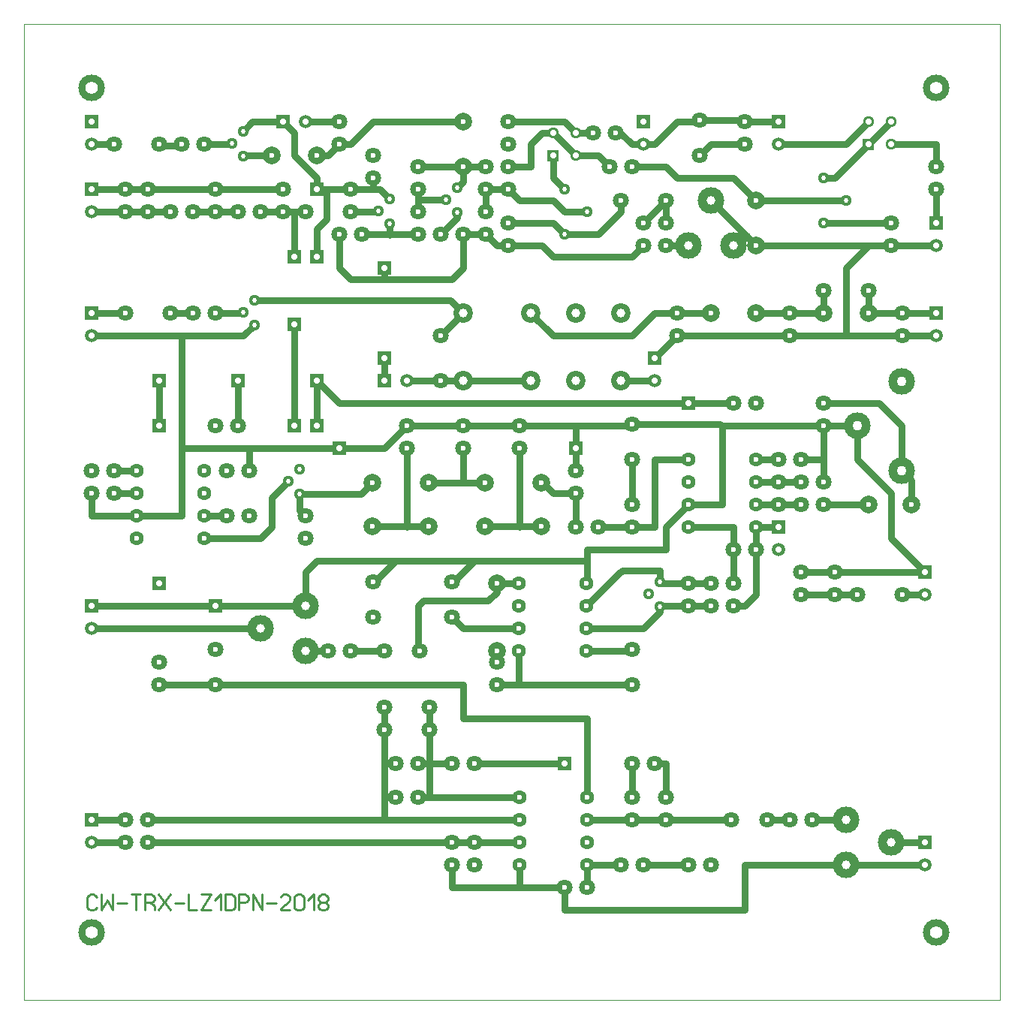
<source format=gbr>
%FSLAX34Y34*%
%MOMM*%
%LNSILK_TOP*%
G71*
G01*
%ADD10C, 0.00*%
%ADD11C, 1.52*%
%ADD12C, 1.80*%
%ADD13C, 0.80*%
%ADD14C, 1.28*%
%ADD15C, 2.00*%
%ADD16C, 1.28*%
%ADD17C, 3.00*%
%ADD18C, 1.60*%
%ADD19C, 2.20*%
%ADD20C, 3.00*%
%ADD21C, 3.00*%
%ADD22C, 0.22*%
%ADD23C, 0.72*%
%ADD24C, 0.60*%
%ADD25C, 0.52*%
%ADD26C, 1.00*%
%ADD27C, 1.10*%
%ADD28C, 1.40*%
%LPD*%
G54D10*
X-50000Y1050000D02*
X1050000Y1050000D01*
X1050000Y-50000D01*
X-50000Y-50000D01*
X-50000Y1050000D01*
G36*
X33000Y947400D02*
X33000Y932200D01*
X17800Y932200D01*
X17800Y947400D01*
X33000Y947400D01*
G37*
X25400Y914400D02*
G54D11*
D03*
X127000Y914400D02*
G54D12*
D03*
X152400Y914400D02*
G54D12*
D03*
X101600Y914400D02*
G54D12*
D03*
X50800Y914400D02*
G54D12*
D03*
G54D13*
X102608Y913133D02*
X125733Y913133D01*
X127000Y914400D01*
X196566Y901371D02*
G54D14*
D03*
X183866Y915371D02*
G54D14*
D03*
X196566Y929371D02*
G54D14*
D03*
G36*
X233700Y947400D02*
X248900Y947400D01*
X248900Y932200D01*
X233700Y932200D01*
X233700Y947400D01*
G37*
X266700Y939800D02*
G54D11*
D03*
G54D13*
X241300Y939800D02*
X206995Y939800D01*
X196566Y929371D01*
X228600Y901700D02*
G54D15*
D03*
X279400Y901700D02*
G54D15*
D03*
G54D13*
X228600Y901700D02*
X196895Y901700D01*
X196566Y901371D01*
X304800Y939800D02*
G54D12*
D03*
X304800Y914400D02*
G54D12*
D03*
X361666Y825171D02*
G54D14*
D03*
X348966Y839171D02*
G54D14*
D03*
X361666Y853171D02*
G54D14*
D03*
G36*
X33000Y871200D02*
X33000Y856000D01*
X17800Y856000D01*
X17800Y871200D01*
X33000Y871200D01*
G37*
X25400Y838200D02*
G54D11*
D03*
X63500Y863600D02*
G54D12*
D03*
X63500Y838200D02*
G54D12*
D03*
X88900Y863600D02*
G54D12*
D03*
X88900Y838200D02*
G54D12*
D03*
X114300Y838200D02*
G54D12*
D03*
X139700Y838200D02*
G54D12*
D03*
X165100Y863600D02*
G54D12*
D03*
X165100Y838200D02*
G54D12*
D03*
X190500Y838200D02*
G54D12*
D03*
X215900Y838200D02*
G54D12*
D03*
X241300Y863600D02*
G54D12*
D03*
X241300Y838200D02*
G54D12*
D03*
G54D13*
X25400Y838200D02*
X63500Y838200D01*
X88900Y838200D01*
X114300Y838200D01*
G54D13*
X139700Y838200D02*
X165100Y838200D01*
X190500Y838200D01*
G54D13*
X215900Y838200D02*
X241300Y838200D01*
G54D13*
X25400Y914400D02*
X50800Y914400D01*
G54D13*
X152400Y914400D02*
X182895Y914400D01*
X183866Y915371D01*
X317500Y863600D02*
G54D12*
D03*
X317500Y838200D02*
G54D12*
D03*
G54D13*
X317500Y838200D02*
X347995Y838200D01*
X348966Y839171D01*
G54D13*
X317500Y863600D02*
X351237Y863600D01*
X361666Y853171D01*
X342900Y901700D02*
G54D12*
D03*
X342900Y876300D02*
G54D12*
D03*
G54D13*
X342900Y876300D02*
X342900Y863600D01*
G54D13*
X279400Y901700D02*
X292100Y901700D01*
X304800Y914400D01*
X393700Y812800D02*
G54D12*
D03*
X393700Y838200D02*
G54D12*
D03*
X437866Y837871D02*
G54D14*
D03*
X425166Y851871D02*
G54D14*
D03*
X437866Y865871D02*
G54D14*
D03*
X393700Y889000D02*
G54D12*
D03*
X393700Y863600D02*
G54D12*
D03*
G54D13*
X393700Y838200D02*
X393700Y863600D01*
X304800Y812800D02*
G54D12*
D03*
X330200Y812800D02*
G54D12*
D03*
G54D13*
X330200Y812800D02*
X393700Y812800D01*
G54D13*
X361666Y825171D02*
X361666Y812621D01*
X361566Y812521D01*
X444500Y939800D02*
G54D15*
D03*
X444500Y889000D02*
G54D15*
D03*
G54D13*
X304800Y914400D02*
X317500Y914400D01*
X342900Y939800D01*
X444500Y939800D01*
G54D13*
X444500Y889000D02*
X444500Y872505D01*
X437866Y865871D01*
G54D13*
X425166Y851871D02*
X394671Y851871D01*
X393700Y850900D01*
X419100Y812800D02*
G54D12*
D03*
X444500Y812800D02*
G54D12*
D03*
G54D13*
X437866Y837871D02*
X437866Y831566D01*
X419100Y812800D01*
G54D13*
X393700Y889000D02*
X444500Y889000D01*
X469900Y889000D02*
G54D12*
D03*
X469900Y863600D02*
G54D12*
D03*
X469900Y838200D02*
G54D12*
D03*
X469900Y812800D02*
G54D12*
D03*
X495300Y889000D02*
G54D12*
D03*
X495300Y863600D02*
G54D12*
D03*
G54D13*
X469900Y863600D02*
X495300Y863600D01*
G54D13*
X469900Y863600D02*
X469900Y838200D01*
G54D13*
X444500Y889000D02*
X469900Y889000D01*
X558800Y812800D02*
G54D14*
D03*
X584200Y838200D02*
G54D14*
D03*
X558800Y863600D02*
G54D14*
D03*
X495300Y825500D02*
G54D12*
D03*
X495300Y800100D02*
G54D12*
D03*
G36*
X539700Y908100D02*
X552500Y908100D01*
X552500Y895300D01*
X539700Y895300D01*
X539700Y908100D01*
G37*
X546100Y927100D02*
G54D16*
D03*
X571500Y901700D02*
G54D16*
D03*
X571500Y927100D02*
G54D16*
D03*
X495300Y939800D02*
G54D12*
D03*
X495300Y914400D02*
G54D12*
D03*
G54D13*
X546100Y927100D02*
X571500Y901700D01*
G54D13*
X495300Y889000D02*
X520700Y889000D01*
X520700Y914400D01*
X533400Y927100D01*
X546100Y927100D01*
G54D13*
X495300Y939800D02*
X558800Y939800D01*
X571500Y927100D01*
G54D13*
X546100Y901700D02*
X546100Y876300D01*
X558800Y863600D01*
G54D13*
X495300Y825500D02*
X546100Y825500D01*
X558800Y812800D01*
G54D13*
X495300Y863600D02*
X508000Y850900D01*
X546093Y850900D01*
X558800Y838193D01*
X584200Y838200D01*
X635000Y889000D02*
G54D12*
D03*
X609600Y889000D02*
G54D12*
D03*
G54D13*
X571500Y901700D02*
X596900Y901700D01*
X609600Y889000D01*
X673100Y850900D02*
G54D12*
D03*
X622300Y850900D02*
G54D12*
D03*
G54D13*
X558800Y812800D02*
X596900Y812800D01*
X622300Y838200D01*
X622300Y850900D01*
X647700Y825500D02*
G54D12*
D03*
X647700Y800100D02*
G54D12*
D03*
G54D13*
X647700Y825500D02*
X673100Y850900D01*
X673100Y825500D02*
G54D12*
D03*
X673100Y800100D02*
G54D12*
D03*
G54D13*
X673100Y850900D02*
X673100Y825500D01*
X698500Y800100D02*
G54D17*
D03*
X749300Y800100D02*
G54D17*
D03*
X723900Y850900D02*
G54D17*
D03*
G54D13*
X673100Y800100D02*
X698500Y800100D01*
X711200Y901700D02*
G54D12*
D03*
X711200Y941700D02*
G54D12*
D03*
X616978Y927499D02*
G54D12*
D03*
X591578Y927499D02*
G54D12*
D03*
G54D13*
X571500Y927100D02*
X591179Y927100D01*
X591578Y927499D01*
G36*
X655300Y947400D02*
X655300Y932200D01*
X640100Y932200D01*
X640100Y947400D01*
X655300Y947400D01*
G37*
X647700Y914400D02*
G54D11*
D03*
G54D13*
X616978Y927499D02*
X621901Y927499D01*
X635000Y914400D01*
X647700Y914400D01*
X762000Y939800D02*
G54D12*
D03*
X762000Y914400D02*
G54D12*
D03*
G54D13*
X647700Y914400D02*
X660400Y914400D01*
X685800Y939800D01*
X709300Y939800D01*
X711200Y941700D01*
G54D13*
X711200Y941700D02*
X760100Y941700D01*
X762000Y939800D01*
X850900Y825500D02*
G54D14*
D03*
X876300Y850900D02*
G54D14*
D03*
X850900Y876300D02*
G54D14*
D03*
X774700Y850900D02*
G54D15*
D03*
X774700Y800100D02*
G54D15*
D03*
G36*
X807700Y947400D02*
X807700Y932200D01*
X792500Y932200D01*
X792500Y947400D01*
X807700Y947400D01*
G37*
X800100Y914400D02*
G54D11*
D03*
G54D13*
X762000Y939800D02*
X800100Y939800D01*
G36*
X895300Y920800D02*
X908100Y920800D01*
X908100Y908000D01*
X895300Y908000D01*
X895300Y920800D01*
G37*
X901700Y939800D02*
G54D16*
D03*
X927100Y914400D02*
G54D16*
D03*
X927100Y939800D02*
G54D16*
D03*
X977900Y863600D02*
G54D12*
D03*
X977900Y889000D02*
G54D12*
D03*
G36*
X985500Y833100D02*
X985500Y817900D01*
X970300Y817900D01*
X970300Y833100D01*
X985500Y833100D01*
G37*
X977900Y800100D02*
G54D11*
D03*
G54D13*
X901700Y914400D02*
X927100Y939800D01*
G54D13*
X927100Y914400D02*
X977900Y914400D01*
X977900Y889000D01*
X927100Y825500D02*
G54D12*
D03*
X927100Y800100D02*
G54D12*
D03*
G54D13*
X850900Y825500D02*
X927100Y825500D01*
G54D13*
X876300Y850900D02*
X774700Y850900D01*
G54D13*
X850900Y876300D02*
X863600Y876300D01*
X901700Y914400D01*
G54D13*
X635000Y889000D02*
X673100Y889000D01*
X685800Y876300D01*
X749300Y876300D01*
X774700Y850900D01*
G54D13*
X800100Y914400D02*
X876300Y914400D01*
X901700Y939800D01*
G54D13*
X977900Y863600D02*
X977900Y825500D01*
G54D13*
X495300Y800100D02*
X533400Y800100D01*
X546100Y787400D01*
X635000Y787400D01*
X647700Y800100D01*
G54D13*
X723900Y850900D02*
X774700Y800100D01*
G54D13*
X749300Y800100D02*
X754100Y800100D01*
X765200Y811200D01*
G54D13*
X774700Y800100D02*
X927100Y800100D01*
X977900Y800100D01*
G54D13*
X762000Y914400D02*
X723900Y914400D01*
X711200Y901700D01*
G54D13*
X241300Y863600D02*
X165100Y863600D01*
X88900Y863600D01*
X63500Y863600D01*
X25400Y863600D01*
G54D13*
X266700Y939800D02*
X304800Y939800D01*
X76200Y546100D02*
G54D18*
D03*
X76200Y520700D02*
G54D18*
D03*
X76200Y495300D02*
G54D18*
D03*
X76200Y469900D02*
G54D18*
D03*
X152400Y546100D02*
G54D18*
D03*
X152400Y520700D02*
G54D18*
D03*
X152400Y495300D02*
G54D18*
D03*
X152400Y469900D02*
G54D18*
D03*
X698500Y558800D02*
G54D18*
D03*
X698500Y533400D02*
G54D18*
D03*
X698500Y508000D02*
G54D18*
D03*
X698500Y482600D02*
G54D18*
D03*
X774700Y558800D02*
G54D18*
D03*
X774700Y533400D02*
G54D18*
D03*
X774700Y508000D02*
G54D18*
D03*
X774700Y482600D02*
G54D18*
D03*
X342050Y532550D02*
G54D15*
D03*
X342050Y484150D02*
G54D15*
D03*
X444885Y647935D02*
G54D19*
D03*
X444885Y724135D02*
G54D19*
D03*
X521085Y647935D02*
G54D19*
D03*
X571885Y647935D02*
G54D19*
D03*
X622685Y647935D02*
G54D19*
D03*
X521085Y724135D02*
G54D19*
D03*
X571885Y724135D02*
G54D19*
D03*
X622685Y724135D02*
G54D19*
D03*
G36*
X985500Y731500D02*
X985500Y716300D01*
X970300Y716300D01*
X970300Y731500D01*
X985500Y731500D01*
G37*
X977900Y698500D02*
G54D11*
D03*
X939800Y698500D02*
G54D12*
D03*
X939800Y723900D02*
G54D12*
D03*
X901700Y723900D02*
G54D15*
D03*
X850900Y723900D02*
G54D15*
D03*
X812800Y698500D02*
G54D12*
D03*
X812800Y723900D02*
G54D12*
D03*
X774700Y723900D02*
G54D15*
D03*
X723900Y723900D02*
G54D15*
D03*
X685800Y698500D02*
G54D12*
D03*
X685800Y723900D02*
G54D12*
D03*
G54D13*
X685800Y698500D02*
X812800Y698500D01*
X939800Y698500D01*
X977900Y698500D01*
G54D13*
X685800Y723900D02*
X723900Y723900D01*
G54D13*
X774700Y723900D02*
X812800Y723900D01*
G54D13*
X812800Y723900D02*
X850900Y723900D01*
G54D13*
X901700Y723900D02*
X939800Y723900D01*
X977900Y723900D01*
G54D13*
X521085Y724135D02*
X521085Y723515D01*
X546100Y698500D01*
X635000Y698500D01*
X660400Y723900D01*
X685800Y723900D01*
G54D13*
X876300Y698500D02*
X876300Y774700D01*
X901700Y800100D01*
G36*
X33000Y731500D02*
X33000Y716300D01*
X17800Y716300D01*
X17800Y731500D01*
X33000Y731500D01*
G37*
X25400Y698500D02*
G54D11*
D03*
X114300Y723900D02*
G54D12*
D03*
X63500Y723900D02*
G54D12*
D03*
X139700Y723900D02*
G54D12*
D03*
X165100Y723900D02*
G54D12*
D03*
X209266Y710871D02*
G54D14*
D03*
X196566Y724871D02*
G54D14*
D03*
X209266Y738871D02*
G54D14*
D03*
X419100Y647700D02*
G54D12*
D03*
X419100Y698500D02*
G54D12*
D03*
G54D13*
X25400Y723900D02*
X63500Y723900D01*
G54D13*
X114300Y723900D02*
X139700Y723900D01*
G54D13*
X165100Y723900D02*
X195595Y723900D01*
X196566Y724871D01*
G54D13*
X209266Y738871D02*
X430149Y738871D01*
X444885Y724135D01*
G54D13*
X444885Y647935D02*
X419334Y647935D01*
X419100Y647700D01*
G54D13*
X444885Y724135D02*
X444734Y724135D01*
X419100Y698500D01*
G54D13*
X25400Y698500D02*
X196895Y698500D01*
X209266Y710871D01*
G54D13*
X444885Y647935D02*
X521085Y647935D01*
G36*
X668000Y680700D02*
X668000Y665500D01*
X652800Y665500D01*
X652800Y680700D01*
X668000Y680700D01*
G37*
X660400Y647700D02*
G54D11*
D03*
G54D13*
X685800Y698500D02*
X660400Y673100D01*
G54D13*
X622685Y647935D02*
X660165Y647935D01*
X660400Y647700D01*
X405550Y532550D02*
G54D15*
D03*
X405550Y484150D02*
G54D15*
D03*
X469050Y532550D02*
G54D15*
D03*
X469050Y484150D02*
G54D15*
D03*
X532550Y532550D02*
G54D15*
D03*
X532550Y484150D02*
G54D15*
D03*
X381000Y571500D02*
G54D12*
D03*
X381000Y596900D02*
G54D12*
D03*
X444500Y571500D02*
G54D12*
D03*
X444500Y596900D02*
G54D12*
D03*
X508000Y571500D02*
G54D12*
D03*
X508000Y596900D02*
G54D12*
D03*
X260066Y520371D02*
G54D14*
D03*
X247366Y534371D02*
G54D14*
D03*
X260066Y548371D02*
G54D14*
D03*
G54D13*
X152400Y469900D02*
X215900Y469900D01*
X228600Y482600D01*
X228600Y515605D01*
X247366Y534371D01*
X266700Y495300D02*
G54D12*
D03*
X266700Y469900D02*
G54D12*
D03*
G54D13*
X260066Y520371D02*
X260066Y501934D01*
X266700Y495300D01*
G54D13*
X260066Y520371D02*
X329871Y520371D01*
X342050Y532550D01*
X571500Y520700D02*
G54D12*
D03*
X571500Y546100D02*
G54D12*
D03*
X596900Y482600D02*
G54D12*
D03*
X571500Y482600D02*
G54D12*
D03*
X50800Y546100D02*
G54D12*
D03*
X25400Y546100D02*
G54D12*
D03*
X50800Y520700D02*
G54D12*
D03*
X25400Y520700D02*
G54D12*
D03*
G54D13*
X50800Y546100D02*
X76200Y546100D01*
G54D13*
X50800Y520700D02*
X76200Y520700D01*
X203200Y495300D02*
G54D12*
D03*
X177800Y495300D02*
G54D12*
D03*
X203200Y546100D02*
G54D12*
D03*
X177800Y546100D02*
G54D12*
D03*
G54D13*
X152400Y495300D02*
X177800Y495300D01*
X635000Y508000D02*
G54D12*
D03*
X635000Y482600D02*
G54D12*
D03*
X635000Y598800D02*
G54D12*
D03*
X635000Y558800D02*
G54D12*
D03*
G54D13*
X571500Y520700D02*
X571500Y482600D01*
G54D13*
X596900Y482600D02*
X635000Y482600D01*
G36*
X297200Y579100D02*
X312400Y579100D01*
X312400Y563900D01*
X297200Y563900D01*
X297200Y579100D01*
G37*
G54D13*
X342050Y484150D02*
X405550Y484150D01*
G54D13*
X405550Y532550D02*
X469050Y532550D01*
G54D13*
X469050Y484150D02*
X532550Y484150D01*
G54D13*
X532550Y532550D02*
X534250Y532550D01*
X546100Y520700D01*
X571500Y520700D01*
G54D13*
X381000Y571500D02*
X381000Y482600D01*
G54D13*
X444500Y571500D02*
X444500Y533400D01*
G54D13*
X508000Y571500D02*
X508000Y482600D01*
G54D13*
X304800Y571500D02*
X355600Y571500D01*
X381000Y596900D01*
G54D13*
X381000Y596900D02*
X444500Y596900D01*
G54D13*
X444500Y596900D02*
X508000Y596900D01*
G54D13*
X635000Y558800D02*
X635000Y508000D01*
G54D13*
X508000Y596900D02*
X633100Y596900D01*
X635000Y598800D01*
G54D13*
X25400Y520700D02*
X25400Y495300D01*
X76200Y495300D01*
G54D13*
X304800Y571500D02*
X203200Y571500D01*
G36*
X246400Y795000D02*
X261600Y795000D01*
X261600Y779800D01*
X246400Y779800D01*
X246400Y795000D01*
G37*
G54D13*
X304800Y812800D02*
X304800Y774700D01*
X317500Y762000D01*
X431800Y762000D01*
X444500Y774700D01*
X444500Y812800D01*
X469900Y812800D01*
X482600Y800100D01*
X495300Y800100D01*
G36*
X246400Y604500D02*
X261600Y604500D01*
X261600Y589300D01*
X246400Y589300D01*
X246400Y604500D01*
G37*
G36*
X246400Y718800D02*
X261600Y718800D01*
X261600Y703600D01*
X246400Y703600D01*
X246400Y718800D01*
G37*
G54D13*
X254000Y711200D02*
X254000Y596900D01*
G54D13*
X127000Y571500D02*
X127000Y698500D01*
X165100Y596900D02*
G54D12*
D03*
X190500Y596900D02*
G54D12*
D03*
G36*
X271800Y871200D02*
X287000Y871200D01*
X287000Y856000D01*
X271800Y856000D01*
X271800Y871200D01*
G37*
G54D13*
X317500Y863600D02*
X279400Y863600D01*
X279400Y876300D01*
X254000Y901700D01*
X254000Y927100D01*
X241300Y939800D01*
G36*
X271800Y795000D02*
X287000Y795000D01*
X287000Y779800D01*
X271800Y779800D01*
X271800Y795000D01*
G37*
G36*
X271800Y655300D02*
X287000Y655300D01*
X287000Y640100D01*
X271800Y640100D01*
X271800Y655300D01*
G37*
G36*
X182900Y655300D02*
X198100Y655300D01*
X198100Y640100D01*
X182900Y640100D01*
X182900Y655300D01*
G37*
G54D13*
X190500Y647700D02*
X190500Y596900D01*
G36*
X271800Y604500D02*
X287000Y604500D01*
X287000Y589300D01*
X271800Y589300D01*
X271800Y604500D01*
G37*
G54D13*
X279400Y647700D02*
X279400Y596900D01*
X266700Y838200D02*
G54D12*
D03*
X317500Y838200D02*
G54D12*
D03*
G54D13*
X241300Y838200D02*
X266700Y838200D01*
G54D13*
X254000Y787400D02*
X254000Y838200D01*
G54D13*
X279400Y787400D02*
X279400Y819100D01*
X290500Y830200D01*
X290500Y862000D01*
X292100Y863600D01*
G54D13*
X635000Y598800D02*
X734700Y598800D01*
X736600Y596900D01*
X736600Y508000D01*
X698500Y508000D01*
G54D13*
X698500Y558800D02*
X660400Y558800D01*
X660400Y482600D01*
X635000Y482600D01*
X800100Y508000D02*
G54D12*
D03*
X800100Y533400D02*
G54D12*
D03*
X825500Y558800D02*
G54D12*
D03*
X800100Y558800D02*
G54D12*
D03*
G54D13*
X774700Y558800D02*
X800100Y558800D01*
G54D13*
X774700Y533400D02*
X800100Y533400D01*
G54D13*
X774700Y508000D02*
X800100Y508000D01*
X850900Y533400D02*
G54D12*
D03*
X825500Y533400D02*
G54D12*
D03*
X850900Y508000D02*
G54D12*
D03*
X825500Y508000D02*
G54D12*
D03*
G54D13*
X800100Y508000D02*
X825500Y508000D01*
G54D13*
X800100Y533400D02*
X825500Y533400D01*
G54D13*
X825500Y558800D02*
X850900Y558800D01*
X850900Y533400D01*
X901700Y508000D02*
G54D15*
D03*
X950100Y508000D02*
G54D15*
D03*
G54D13*
X850900Y508000D02*
X901700Y508000D01*
X889000Y596900D02*
G54D20*
D03*
X939000Y646900D02*
G54D20*
D03*
X939000Y546900D02*
G54D20*
D03*
G54D13*
X950100Y508000D02*
X950100Y535800D01*
X939000Y546900D01*
X850900Y596900D02*
G54D12*
D03*
X850900Y622300D02*
G54D12*
D03*
G54D13*
X889000Y596900D02*
X850900Y596900D01*
X850900Y558800D01*
G54D13*
X850900Y622300D02*
X913600Y622300D01*
X939000Y596900D01*
X939000Y546900D01*
G54D13*
X850900Y596900D02*
X736600Y596900D01*
X734700Y598800D01*
G36*
X690900Y629900D02*
X706100Y629900D01*
X706100Y614700D01*
X690900Y614700D01*
X690900Y629900D01*
G37*
X749300Y622300D02*
G54D12*
D03*
X774700Y622300D02*
G54D12*
D03*
G54D13*
X749300Y622300D02*
X698500Y622300D01*
G54D13*
X698500Y622300D02*
X304800Y622300D01*
X279400Y647700D01*
G36*
X348000Y655300D02*
X363200Y655300D01*
X363200Y640100D01*
X348000Y640100D01*
X348000Y655300D01*
G37*
X381000Y647700D02*
G54D11*
D03*
G54D13*
X381000Y647700D02*
X419100Y647700D01*
G36*
X348000Y680700D02*
X363200Y680700D01*
X363200Y665500D01*
X348000Y665500D01*
X348000Y680700D01*
G37*
G36*
X348000Y782300D02*
X363200Y782300D01*
X363200Y767100D01*
X348000Y767100D01*
X348000Y782300D01*
G37*
G54D13*
X355600Y774700D02*
X355600Y762000D01*
G54D13*
X355600Y673100D02*
X355600Y647700D01*
G36*
X563900Y579100D02*
X579100Y579100D01*
X579100Y563900D01*
X563900Y563900D01*
X563900Y579100D01*
G37*
G54D13*
X571500Y546100D02*
X571500Y571500D01*
X571500Y596900D01*
X749300Y419100D02*
G54D12*
D03*
X723900Y419100D02*
G54D12*
D03*
X749300Y393700D02*
G54D12*
D03*
X723900Y393700D02*
G54D12*
D03*
X698500Y419100D02*
G54D12*
D03*
X698500Y393700D02*
G54D12*
D03*
G54D13*
X723900Y419100D02*
X698500Y419100D01*
G54D13*
X723900Y393700D02*
X698500Y393700D01*
X666466Y393371D02*
G54D14*
D03*
X653766Y407371D02*
G54D14*
D03*
X666466Y421371D02*
G54D14*
D03*
G54D13*
X698500Y419100D02*
X668737Y419100D01*
X666466Y421371D01*
G54D13*
X698500Y393700D02*
X666795Y393700D01*
X666466Y393371D01*
G36*
X972800Y439400D02*
X972800Y424200D01*
X957600Y424200D01*
X957600Y439400D01*
X972800Y439400D01*
G37*
X965200Y406400D02*
G54D11*
D03*
G54D13*
X889000Y596900D02*
X889000Y558800D01*
X927100Y520700D01*
X927100Y469900D01*
X965200Y431800D01*
X889000Y406400D02*
G54D12*
D03*
X939800Y406400D02*
G54D12*
D03*
X863600Y406400D02*
G54D12*
D03*
X863600Y431800D02*
G54D12*
D03*
X825500Y431800D02*
G54D12*
D03*
X825500Y406400D02*
G54D12*
D03*
G54D13*
X965200Y406400D02*
X939800Y406400D01*
G54D13*
X889000Y406400D02*
X863600Y406400D01*
X825500Y406400D01*
G54D13*
X965200Y431800D02*
X863600Y431800D01*
X825500Y431800D01*
X584051Y342890D02*
G54D18*
D03*
X584051Y368290D02*
G54D18*
D03*
X584051Y393691D02*
G54D18*
D03*
X584051Y419090D02*
G54D18*
D03*
X507851Y342890D02*
G54D18*
D03*
X507851Y368290D02*
G54D18*
D03*
X507851Y393691D02*
G54D18*
D03*
X507851Y419090D02*
G54D18*
D03*
G54D13*
X666466Y393371D02*
X666466Y387066D01*
X647700Y368300D01*
X584051Y368290D01*
G54D13*
X666466Y421371D02*
X666466Y433921D01*
X666366Y434021D01*
X624521Y434021D01*
X622300Y431800D01*
X622160Y431800D01*
X584051Y393691D01*
G54D13*
X698500Y508000D02*
X673100Y482600D01*
X673100Y457200D01*
X584200Y457200D01*
X584200Y419240D01*
X584051Y419090D01*
X482600Y304800D02*
G54D12*
D03*
X482600Y330200D02*
G54D12*
D03*
X431800Y421000D02*
G54D12*
D03*
X431800Y381000D02*
G54D12*
D03*
X482600Y419100D02*
G54D15*
D03*
X482600Y342900D02*
G54D15*
D03*
G54D13*
X507851Y419090D02*
X482600Y419100D01*
G54D13*
X507851Y368290D02*
X444510Y368290D01*
X431800Y381000D01*
G54D13*
X431800Y421000D02*
X433700Y421000D01*
X457200Y444500D01*
X584200Y444500D01*
X342900Y421000D02*
G54D12*
D03*
X342900Y381000D02*
G54D12*
D03*
G54D13*
X342900Y421000D02*
X344800Y421000D01*
X368300Y444500D01*
X457200Y444500D01*
G54D13*
X76200Y495300D02*
X127000Y495300D01*
X127000Y571500D01*
X203200Y571500D01*
X203200Y546100D01*
G36*
X94000Y655300D02*
X109200Y655300D01*
X109200Y640100D01*
X94000Y640100D01*
X94000Y655300D01*
G37*
G36*
X94000Y426700D02*
X109200Y426700D01*
X109200Y411500D01*
X94000Y411500D01*
X94000Y426700D01*
G37*
G36*
X94000Y604500D02*
X109200Y604500D01*
X109200Y589300D01*
X94000Y589300D01*
X94000Y604500D01*
G37*
G54D13*
X101600Y647700D02*
X101600Y596900D01*
X355600Y342900D02*
G54D12*
D03*
X395600Y342900D02*
G54D12*
D03*
X266700Y342900D02*
G54D17*
D03*
X266700Y393700D02*
G54D17*
D03*
X215900Y368300D02*
G54D17*
D03*
G36*
X33000Y401300D02*
X33000Y386100D01*
X17800Y386100D01*
X17800Y401300D01*
X33000Y401300D01*
G37*
X25400Y368300D02*
G54D11*
D03*
X508000Y177800D02*
G54D18*
D03*
X508000Y152400D02*
G54D18*
D03*
X508000Y127000D02*
G54D18*
D03*
X508000Y101600D02*
G54D18*
D03*
X584200Y177800D02*
G54D18*
D03*
X584200Y152400D02*
G54D18*
D03*
X584200Y127000D02*
G54D18*
D03*
X584200Y101600D02*
G54D18*
D03*
X635000Y344800D02*
G54D12*
D03*
X635000Y304800D02*
G54D12*
D03*
G54D13*
X584051Y342890D02*
X633090Y342890D01*
X635000Y344800D01*
G54D13*
X635000Y304800D02*
X482600Y304800D01*
G54D13*
X507851Y342890D02*
X507851Y304949D01*
X508000Y304800D01*
G54D13*
X482600Y342900D02*
X482600Y330200D01*
X317500Y342900D02*
G54D12*
D03*
X292100Y342900D02*
G54D12*
D03*
G54D13*
X482600Y419100D02*
X482600Y409500D01*
X473100Y400000D01*
X400000Y400000D01*
X393700Y393700D01*
X393700Y344800D01*
X395600Y342900D01*
G54D13*
X355600Y342900D02*
X317500Y342900D01*
G54D13*
X292100Y342900D02*
X266700Y342900D01*
G54D13*
X266700Y393700D02*
X266700Y431800D01*
X279400Y444500D01*
X368300Y444500D01*
G54D13*
X215900Y368300D02*
X25400Y368300D01*
G36*
X33000Y160000D02*
X33000Y144800D01*
X17800Y144800D01*
X17800Y160000D01*
X33000Y160000D01*
G37*
X25400Y127000D02*
G54D11*
D03*
X88900Y152400D02*
G54D12*
D03*
X63500Y152400D02*
G54D12*
D03*
X88900Y127000D02*
G54D12*
D03*
X63500Y127000D02*
G54D12*
D03*
G36*
X807700Y490200D02*
X807700Y475000D01*
X792500Y475000D01*
X792500Y490200D01*
X807700Y490200D01*
G37*
X800100Y457200D02*
G54D11*
D03*
X774700Y457200D02*
G54D12*
D03*
X749300Y457200D02*
G54D12*
D03*
G54D13*
X774700Y482600D02*
X800100Y482600D01*
G54D13*
X774700Y482600D02*
X774700Y457200D01*
G54D13*
X698500Y482600D02*
X749300Y482600D01*
X749300Y457200D01*
G54D13*
X749300Y457200D02*
X749300Y419100D01*
G54D13*
X774700Y457200D02*
X774700Y406400D01*
X762000Y393700D01*
X749300Y393700D01*
G54D13*
X25400Y152400D02*
X63500Y152400D01*
G54D13*
X25400Y127000D02*
X63500Y127000D01*
G54D13*
X88900Y152400D02*
X508000Y152400D01*
X393700Y177800D02*
G54D12*
D03*
X368300Y177800D02*
G54D12*
D03*
X393700Y215900D02*
G54D12*
D03*
X368300Y215900D02*
G54D12*
D03*
X355600Y254000D02*
G54D12*
D03*
X406400Y254000D02*
G54D12*
D03*
X406400Y279400D02*
G54D12*
D03*
X355600Y279400D02*
G54D12*
D03*
G54D13*
X355600Y279400D02*
X355600Y254000D01*
X355600Y177800D01*
X368300Y177800D01*
G54D13*
X368300Y215900D02*
X355600Y215900D01*
G54D13*
X406400Y279400D02*
X406400Y254000D01*
X406400Y177800D01*
X393700Y177800D01*
G54D13*
X393700Y215900D02*
X406400Y215900D01*
G54D13*
X393700Y177800D02*
X508000Y177800D01*
G54D13*
X368300Y177800D02*
X355600Y177800D01*
X355600Y152400D01*
X457200Y215900D02*
G54D12*
D03*
X431800Y215900D02*
G54D12*
D03*
G36*
X157500Y401300D02*
X172700Y401300D01*
X172700Y386100D01*
X157500Y386100D01*
X157500Y401300D01*
G37*
G54D13*
X25400Y393700D02*
X165100Y393700D01*
X266700Y393700D01*
X165100Y344800D02*
G54D12*
D03*
X165100Y304800D02*
G54D12*
D03*
X101600Y330200D02*
G54D12*
D03*
X101600Y304800D02*
G54D12*
D03*
G54D13*
X101600Y304800D02*
X165100Y304800D01*
G54D13*
X165100Y304800D02*
X444500Y304800D01*
X444500Y266700D01*
X584200Y266700D01*
X584200Y177800D01*
X431800Y101600D02*
G54D12*
D03*
X431800Y127000D02*
G54D12*
D03*
X457200Y127000D02*
G54D12*
D03*
X457200Y101600D02*
G54D12*
D03*
G54D13*
X88900Y127000D02*
X431800Y127000D01*
X457200Y127000D01*
X508000Y127000D01*
X647700Y101600D02*
G54D12*
D03*
X622300Y101600D02*
G54D12*
D03*
X723900Y101600D02*
G54D12*
D03*
X698500Y101600D02*
G54D12*
D03*
G54D13*
X584200Y101600D02*
X622300Y101600D01*
X584200Y76200D02*
G54D12*
D03*
X558800Y76200D02*
G54D12*
D03*
G54D13*
X431800Y101600D02*
X431800Y76200D01*
X558800Y76200D01*
G54D13*
X508000Y101600D02*
X508000Y76200D01*
G54D13*
X584200Y101600D02*
X584200Y76200D01*
X635000Y152400D02*
G54D12*
D03*
X635000Y177800D02*
G54D12*
D03*
X673100Y177800D02*
G54D12*
D03*
X673100Y152400D02*
G54D12*
D03*
X660400Y215900D02*
G54D12*
D03*
X635000Y215900D02*
G54D12*
D03*
G54D13*
X584200Y152400D02*
X635000Y152400D01*
X673100Y152400D01*
G54D13*
X673100Y177800D02*
X673100Y215900D01*
X660400Y215900D01*
G54D13*
X635000Y177800D02*
X635000Y215900D01*
G54D13*
X431800Y215900D02*
X393700Y215900D01*
G36*
X551200Y223500D02*
X566400Y223500D01*
X566400Y208300D01*
X551200Y208300D01*
X551200Y223500D01*
G37*
G54D13*
X457200Y215900D02*
X558800Y215900D01*
G54D13*
X647700Y101600D02*
X698500Y101600D01*
X787400Y152400D02*
G54D12*
D03*
X747400Y152400D02*
G54D12*
D03*
X838200Y152400D02*
G54D12*
D03*
X812800Y152400D02*
G54D12*
D03*
X876300Y152400D02*
G54D17*
D03*
X876300Y101600D02*
G54D17*
D03*
X927100Y127000D02*
G54D17*
D03*
G36*
X972800Y134600D02*
X972800Y119400D01*
X957600Y119400D01*
X957600Y134600D01*
X972800Y134600D01*
G37*
X965200Y101600D02*
G54D11*
D03*
G54D13*
X558800Y76200D02*
X558800Y50800D01*
X762000Y50800D01*
X762000Y101600D01*
X876300Y101600D01*
X965200Y101600D01*
G54D13*
X673100Y152400D02*
X747400Y152400D01*
G54D13*
X787400Y152400D02*
X812800Y152400D01*
G54D13*
X838200Y152400D02*
X876300Y152400D01*
G54D13*
X927100Y127000D02*
X965200Y127000D01*
X25400Y977900D02*
G54D12*
D03*
X977900Y977900D02*
G54D12*
D03*
X977900Y25400D02*
G54D12*
D03*
X25400Y25400D02*
G54D12*
D03*
X25400Y977900D02*
G54D12*
D03*
X25400Y977900D02*
G54D12*
D03*
X25400Y977900D02*
G54D12*
D03*
X977900Y977900D02*
G54D12*
D03*
X977900Y25400D02*
G54D12*
D03*
X25400Y25400D02*
G54D12*
D03*
X25400Y977900D02*
G54D12*
D03*
X25400Y977900D02*
G54D21*
D03*
X977900Y977900D02*
G54D21*
D03*
X977900Y25400D02*
G54D21*
D03*
X25400Y25400D02*
G54D21*
D03*
G54D22*
X31650Y54133D02*
X30316Y51911D01*
X27650Y50800D01*
X24983Y50800D01*
X22316Y51911D01*
X20983Y54133D01*
X20983Y65244D01*
X22316Y67467D01*
X24983Y68578D01*
X27650Y68578D01*
X30316Y67467D01*
X31650Y65244D01*
G54D22*
X36539Y68578D02*
X36539Y50800D01*
X43206Y61911D01*
X49872Y50800D01*
X49872Y68578D01*
G54D22*
X54761Y58578D02*
X65428Y58578D01*
G54D22*
X75650Y50800D02*
X75650Y68578D01*
G54D22*
X70317Y68578D02*
X80984Y68578D01*
G54D22*
X91206Y59689D02*
X95206Y57467D01*
X96540Y55244D01*
X96540Y50800D01*
G54D22*
X85873Y50800D02*
X85873Y68578D01*
X92540Y68578D01*
X95206Y67467D01*
X96540Y65244D01*
X96540Y63022D01*
X95206Y60800D01*
X92540Y59689D01*
X85873Y59689D01*
G54D22*
X101429Y68578D02*
X114762Y50800D01*
G54D22*
X101429Y50800D02*
X114762Y68578D01*
G54D22*
X119651Y58578D02*
X130318Y58578D01*
G54D22*
X135207Y68578D02*
X135207Y50800D01*
X144540Y50800D01*
G54D22*
X149429Y68578D02*
X160096Y68578D01*
X149429Y50800D01*
X160096Y50800D01*
G54D22*
X164985Y61911D02*
X171652Y68578D01*
X171652Y50800D01*
G54D22*
X176541Y50800D02*
X176541Y68578D01*
X183208Y68578D01*
X185874Y67467D01*
X187208Y65244D01*
X187208Y54133D01*
X185874Y51911D01*
X183208Y50800D01*
X176541Y50800D01*
G54D22*
X192097Y50800D02*
X192097Y68578D01*
X198764Y68578D01*
X201430Y67467D01*
X202764Y65244D01*
X202764Y63022D01*
X201430Y60800D01*
X198764Y59689D01*
X192097Y59689D01*
G54D22*
X207653Y50800D02*
X207653Y68578D01*
X218320Y50800D01*
X218320Y68578D01*
G54D22*
X223209Y58578D02*
X233876Y58578D01*
G54D22*
X249432Y50800D02*
X238765Y50800D01*
X238765Y51911D01*
X240098Y54133D01*
X248098Y60800D01*
X249432Y63022D01*
X249432Y65244D01*
X248098Y67467D01*
X245432Y68578D01*
X242765Y68578D01*
X240098Y67467D01*
X238765Y65244D01*
G54D22*
X264988Y65244D02*
X264988Y54133D01*
X263654Y51911D01*
X260988Y50800D01*
X258321Y50800D01*
X255654Y51911D01*
X254321Y54133D01*
X254321Y65244D01*
X255654Y67467D01*
X258321Y68578D01*
X260988Y68578D01*
X263654Y67467D01*
X264988Y65244D01*
G54D22*
X269877Y61911D02*
X276544Y68578D01*
X276544Y50800D01*
G54D22*
X288100Y59689D02*
X285433Y59689D01*
X282766Y60800D01*
X281433Y63022D01*
X281433Y65244D01*
X282766Y67467D01*
X285433Y68578D01*
X288100Y68578D01*
X290766Y67467D01*
X292100Y65244D01*
X292100Y63022D01*
X290766Y60800D01*
X288100Y59689D01*
X290766Y58578D01*
X292100Y56356D01*
X292100Y54133D01*
X290766Y51911D01*
X288100Y50800D01*
X285433Y50800D01*
X282766Y51911D01*
X281433Y54133D01*
X281433Y56356D01*
X282766Y58578D01*
X285433Y59689D01*
X850900Y749300D02*
G54D12*
D03*
X901700Y749300D02*
G54D12*
D03*
G54D13*
X850900Y749300D02*
X850900Y723900D01*
G54D13*
X901700Y749300D02*
X901700Y723900D01*
%LNAUGENFREISTANZEN*%
%LPC*%
X25400Y939800D02*
G54D23*
D03*
X25400Y914400D02*
G54D23*
D03*
X127000Y914400D02*
G54D24*
D03*
X152400Y914400D02*
G54D24*
D03*
X101600Y914400D02*
G54D24*
D03*
X50800Y914400D02*
G54D24*
D03*
X196566Y901371D02*
G54D25*
D03*
X183866Y915371D02*
G54D25*
D03*
X196566Y929371D02*
G54D25*
D03*
X241300Y939800D02*
G54D23*
D03*
X266700Y939800D02*
G54D23*
D03*
X228600Y901700D02*
G54D24*
D03*
X279400Y901700D02*
G54D24*
D03*
X304800Y939800D02*
G54D24*
D03*
X304800Y914400D02*
G54D24*
D03*
X361666Y825171D02*
G54D25*
D03*
X348966Y839171D02*
G54D25*
D03*
X361666Y853171D02*
G54D25*
D03*
X25400Y863600D02*
G54D23*
D03*
X25400Y838200D02*
G54D23*
D03*
X63500Y863600D02*
G54D24*
D03*
X63500Y838200D02*
G54D24*
D03*
X88900Y863600D02*
G54D24*
D03*
X88900Y838200D02*
G54D24*
D03*
X114300Y838200D02*
G54D24*
D03*
X139700Y838200D02*
G54D24*
D03*
X165100Y863600D02*
G54D24*
D03*
X165100Y838200D02*
G54D24*
D03*
X190500Y838200D02*
G54D24*
D03*
X215900Y838200D02*
G54D24*
D03*
X241300Y863600D02*
G54D24*
D03*
X241300Y838200D02*
G54D24*
D03*
X317500Y863600D02*
G54D24*
D03*
X317500Y838200D02*
G54D24*
D03*
X342900Y901700D02*
G54D24*
D03*
X342900Y876300D02*
G54D24*
D03*
X393700Y812800D02*
G54D24*
D03*
X393700Y838200D02*
G54D24*
D03*
X437866Y837871D02*
G54D25*
D03*
X425166Y851871D02*
G54D25*
D03*
X437866Y865871D02*
G54D25*
D03*
X393700Y889000D02*
G54D24*
D03*
X393700Y863600D02*
G54D24*
D03*
X304800Y812800D02*
G54D24*
D03*
X330200Y812800D02*
G54D24*
D03*
X444500Y939800D02*
G54D24*
D03*
X444500Y889000D02*
G54D24*
D03*
X419100Y812800D02*
G54D24*
D03*
X444500Y812800D02*
G54D24*
D03*
X469900Y889000D02*
G54D24*
D03*
X469900Y863600D02*
G54D24*
D03*
X469900Y838200D02*
G54D24*
D03*
X469900Y812800D02*
G54D24*
D03*
X495300Y889000D02*
G54D24*
D03*
X495300Y863600D02*
G54D24*
D03*
X558800Y812800D02*
G54D25*
D03*
X584200Y838200D02*
G54D25*
D03*
X558800Y863600D02*
G54D25*
D03*
X495300Y825500D02*
G54D24*
D03*
X495300Y800100D02*
G54D24*
D03*
X546100Y901700D02*
G54D23*
D03*
X546100Y927100D02*
G54D23*
D03*
X571500Y901700D02*
G54D23*
D03*
X571500Y927100D02*
G54D23*
D03*
X495300Y939800D02*
G54D24*
D03*
X495300Y914400D02*
G54D24*
D03*
X635000Y889000D02*
G54D24*
D03*
X609600Y889000D02*
G54D24*
D03*
X673100Y850900D02*
G54D24*
D03*
X622300Y850900D02*
G54D24*
D03*
X647700Y825500D02*
G54D24*
D03*
X647700Y800100D02*
G54D24*
D03*
X673100Y825500D02*
G54D24*
D03*
X673100Y800100D02*
G54D24*
D03*
X698500Y800100D02*
G54D26*
D03*
X749300Y800100D02*
G54D26*
D03*
X723900Y850900D02*
G54D26*
D03*
X711200Y901700D02*
G54D24*
D03*
X711200Y941700D02*
G54D24*
D03*
X616978Y927499D02*
G54D24*
D03*
X591578Y927499D02*
G54D24*
D03*
X647700Y939800D02*
G54D23*
D03*
X647700Y914400D02*
G54D23*
D03*
X762000Y939800D02*
G54D24*
D03*
X762000Y914400D02*
G54D24*
D03*
X850900Y825500D02*
G54D25*
D03*
X876300Y850900D02*
G54D25*
D03*
X850900Y876300D02*
G54D25*
D03*
X774700Y850900D02*
G54D24*
D03*
X774700Y800100D02*
G54D24*
D03*
X800100Y939800D02*
G54D23*
D03*
X800100Y914400D02*
G54D23*
D03*
X901700Y914400D02*
G54D23*
D03*
X901700Y939800D02*
G54D23*
D03*
X927100Y914400D02*
G54D23*
D03*
X927100Y939800D02*
G54D23*
D03*
X977900Y863600D02*
G54D24*
D03*
X977900Y889000D02*
G54D24*
D03*
X977900Y825500D02*
G54D23*
D03*
X977900Y800100D02*
G54D23*
D03*
X927100Y825500D02*
G54D24*
D03*
X927100Y800100D02*
G54D24*
D03*
X76200Y546100D02*
G54D24*
D03*
X76200Y520700D02*
G54D24*
D03*
X76200Y495300D02*
G54D24*
D03*
X76200Y469900D02*
G54D24*
D03*
X152400Y546100D02*
G54D24*
D03*
X152400Y520700D02*
G54D24*
D03*
X152400Y495300D02*
G54D24*
D03*
X152400Y469900D02*
G54D24*
D03*
X698500Y558800D02*
G54D24*
D03*
X698500Y533400D02*
G54D24*
D03*
X698500Y508000D02*
G54D24*
D03*
X698500Y482600D02*
G54D24*
D03*
X774700Y558800D02*
G54D24*
D03*
X774700Y533400D02*
G54D24*
D03*
X774700Y508000D02*
G54D24*
D03*
X774700Y482600D02*
G54D24*
D03*
X342050Y532550D02*
G54D24*
D03*
X342050Y484150D02*
G54D24*
D03*
X444885Y647935D02*
G54D26*
D03*
X444885Y724135D02*
G54D26*
D03*
X521085Y647935D02*
G54D26*
D03*
X571885Y647935D02*
G54D26*
D03*
X622685Y647935D02*
G54D26*
D03*
X521085Y724135D02*
G54D26*
D03*
X571885Y724135D02*
G54D26*
D03*
X622685Y724135D02*
G54D26*
D03*
X977900Y723900D02*
G54D23*
D03*
X977900Y698500D02*
G54D23*
D03*
X939800Y698500D02*
G54D24*
D03*
X939800Y723900D02*
G54D24*
D03*
X901700Y723900D02*
G54D24*
D03*
X850900Y723900D02*
G54D24*
D03*
X812800Y698500D02*
G54D24*
D03*
X812800Y723900D02*
G54D24*
D03*
X774700Y723900D02*
G54D24*
D03*
X723900Y723900D02*
G54D24*
D03*
X685800Y698500D02*
G54D24*
D03*
X685800Y723900D02*
G54D24*
D03*
X25400Y723900D02*
G54D23*
D03*
X25400Y698500D02*
G54D23*
D03*
X114300Y723900D02*
G54D24*
D03*
X63500Y723900D02*
G54D24*
D03*
X139700Y723900D02*
G54D24*
D03*
X165100Y723900D02*
G54D24*
D03*
X209266Y710871D02*
G54D25*
D03*
X196566Y724871D02*
G54D25*
D03*
X209266Y738871D02*
G54D25*
D03*
X419100Y647700D02*
G54D24*
D03*
X419100Y698500D02*
G54D24*
D03*
X660400Y673100D02*
G54D23*
D03*
X660400Y647700D02*
G54D23*
D03*
X405550Y532550D02*
G54D24*
D03*
X405550Y484150D02*
G54D24*
D03*
X469050Y532550D02*
G54D24*
D03*
X469050Y484150D02*
G54D24*
D03*
X532550Y532550D02*
G54D24*
D03*
X532550Y484150D02*
G54D24*
D03*
X381000Y571500D02*
G54D24*
D03*
X381000Y596900D02*
G54D24*
D03*
X444500Y571500D02*
G54D24*
D03*
X444500Y596900D02*
G54D24*
D03*
X508000Y571500D02*
G54D24*
D03*
X508000Y596900D02*
G54D24*
D03*
X260066Y520371D02*
G54D25*
D03*
X247366Y534371D02*
G54D25*
D03*
X260066Y548371D02*
G54D25*
D03*
X266700Y495300D02*
G54D24*
D03*
X266700Y469900D02*
G54D24*
D03*
X571500Y520700D02*
G54D24*
D03*
X571500Y546100D02*
G54D24*
D03*
X596900Y482600D02*
G54D24*
D03*
X571500Y482600D02*
G54D24*
D03*
X50800Y546100D02*
G54D24*
D03*
X25400Y546100D02*
G54D24*
D03*
X50800Y520700D02*
G54D24*
D03*
X25400Y520700D02*
G54D24*
D03*
X203200Y495300D02*
G54D24*
D03*
X177800Y495300D02*
G54D24*
D03*
X203200Y546100D02*
G54D24*
D03*
X177800Y546100D02*
G54D24*
D03*
X635000Y508000D02*
G54D24*
D03*
X635000Y482600D02*
G54D24*
D03*
X635000Y598800D02*
G54D24*
D03*
X635000Y558800D02*
G54D24*
D03*
X304800Y571500D02*
G54D23*
D03*
X254000Y787400D02*
G54D23*
D03*
X254000Y596900D02*
G54D23*
D03*
X254000Y711200D02*
G54D23*
D03*
X165100Y596900D02*
G54D24*
D03*
X190500Y596900D02*
G54D24*
D03*
X279400Y863600D02*
G54D23*
D03*
X279400Y787400D02*
G54D23*
D03*
X279400Y647700D02*
G54D23*
D03*
X190500Y647700D02*
G54D23*
D03*
X279400Y596900D02*
G54D23*
D03*
X266700Y838200D02*
G54D24*
D03*
X317500Y838200D02*
G54D24*
D03*
X800100Y508000D02*
G54D24*
D03*
X800100Y533400D02*
G54D24*
D03*
X825500Y558800D02*
G54D24*
D03*
X800100Y558800D02*
G54D24*
D03*
X850900Y533400D02*
G54D24*
D03*
X825500Y533400D02*
G54D24*
D03*
X850900Y508000D02*
G54D24*
D03*
X825500Y508000D02*
G54D24*
D03*
X901700Y508000D02*
G54D24*
D03*
X950100Y508000D02*
G54D24*
D03*
X889000Y596900D02*
G54D27*
D03*
X939000Y646900D02*
G54D27*
D03*
X939000Y546900D02*
G54D27*
D03*
X850900Y596900D02*
G54D24*
D03*
X850900Y622300D02*
G54D24*
D03*
X698500Y622300D02*
G54D23*
D03*
X749300Y622300D02*
G54D24*
D03*
X774700Y622300D02*
G54D24*
D03*
X355600Y647700D02*
G54D23*
D03*
X381000Y647700D02*
G54D23*
D03*
X355600Y673100D02*
G54D23*
D03*
X355600Y774700D02*
G54D23*
D03*
X571500Y571500D02*
G54D23*
D03*
X749300Y419100D02*
G54D24*
D03*
X723900Y419100D02*
G54D24*
D03*
X749300Y393700D02*
G54D24*
D03*
X723900Y393700D02*
G54D24*
D03*
X698500Y419100D02*
G54D24*
D03*
X698500Y393700D02*
G54D24*
D03*
X666466Y393371D02*
G54D25*
D03*
X653766Y407371D02*
G54D25*
D03*
X666466Y421371D02*
G54D25*
D03*
X965200Y431800D02*
G54D23*
D03*
X965200Y406400D02*
G54D23*
D03*
X889000Y406400D02*
G54D24*
D03*
X939800Y406400D02*
G54D24*
D03*
X863600Y406400D02*
G54D24*
D03*
X863600Y431800D02*
G54D24*
D03*
X825500Y431800D02*
G54D24*
D03*
X825500Y406400D02*
G54D24*
D03*
X584051Y342890D02*
G54D24*
D03*
X584051Y368290D02*
G54D24*
D03*
X584051Y393691D02*
G54D24*
D03*
X584051Y419090D02*
G54D24*
D03*
X507851Y342890D02*
G54D24*
D03*
X507851Y368290D02*
G54D24*
D03*
X507851Y393691D02*
G54D24*
D03*
X507851Y419090D02*
G54D24*
D03*
X482600Y304800D02*
G54D24*
D03*
X482600Y330200D02*
G54D24*
D03*
X431800Y421000D02*
G54D24*
D03*
X431800Y381000D02*
G54D24*
D03*
X482600Y419100D02*
G54D24*
D03*
X482600Y342900D02*
G54D24*
D03*
X342900Y421000D02*
G54D24*
D03*
X342900Y381000D02*
G54D24*
D03*
X101600Y647700D02*
G54D23*
D03*
X101600Y419100D02*
G54D23*
D03*
X101600Y596900D02*
G54D23*
D03*
X355600Y342900D02*
G54D24*
D03*
X395600Y342900D02*
G54D24*
D03*
X266700Y342900D02*
G54D26*
D03*
X266700Y393700D02*
G54D26*
D03*
X215900Y368300D02*
G54D26*
D03*
X25400Y393700D02*
G54D23*
D03*
X25400Y368300D02*
G54D23*
D03*
X508000Y177800D02*
G54D24*
D03*
X508000Y152400D02*
G54D24*
D03*
X508000Y127000D02*
G54D24*
D03*
X508000Y101600D02*
G54D24*
D03*
X584200Y177800D02*
G54D24*
D03*
X584200Y152400D02*
G54D24*
D03*
X584200Y127000D02*
G54D24*
D03*
X584200Y101600D02*
G54D24*
D03*
X635000Y344800D02*
G54D24*
D03*
X635000Y304800D02*
G54D24*
D03*
X317500Y342900D02*
G54D24*
D03*
X292100Y342900D02*
G54D24*
D03*
X25400Y152400D02*
G54D23*
D03*
X25400Y127000D02*
G54D23*
D03*
X88900Y152400D02*
G54D24*
D03*
X63500Y152400D02*
G54D24*
D03*
X88900Y127000D02*
G54D24*
D03*
X63500Y127000D02*
G54D24*
D03*
X800100Y482600D02*
G54D23*
D03*
X800100Y457200D02*
G54D23*
D03*
X774700Y457200D02*
G54D24*
D03*
X749300Y457200D02*
G54D24*
D03*
X393700Y177800D02*
G54D24*
D03*
X368300Y177800D02*
G54D24*
D03*
X393700Y215900D02*
G54D24*
D03*
X368300Y215900D02*
G54D24*
D03*
X355600Y254000D02*
G54D24*
D03*
X406400Y254000D02*
G54D24*
D03*
X406400Y279400D02*
G54D24*
D03*
X355600Y279400D02*
G54D24*
D03*
X457200Y215900D02*
G54D24*
D03*
X431800Y215900D02*
G54D24*
D03*
X165100Y393700D02*
G54D23*
D03*
X165100Y344800D02*
G54D24*
D03*
X165100Y304800D02*
G54D24*
D03*
X101600Y330200D02*
G54D24*
D03*
X101600Y304800D02*
G54D24*
D03*
X431800Y101600D02*
G54D24*
D03*
X431800Y127000D02*
G54D24*
D03*
X457200Y127000D02*
G54D24*
D03*
X457200Y101600D02*
G54D24*
D03*
X647700Y101600D02*
G54D24*
D03*
X622300Y101600D02*
G54D24*
D03*
X723900Y101600D02*
G54D24*
D03*
X698500Y101600D02*
G54D24*
D03*
X584200Y76200D02*
G54D24*
D03*
X558800Y76200D02*
G54D24*
D03*
X635000Y152400D02*
G54D24*
D03*
X635000Y177800D02*
G54D24*
D03*
X673100Y177800D02*
G54D24*
D03*
X673100Y152400D02*
G54D24*
D03*
X660400Y215900D02*
G54D24*
D03*
X635000Y215900D02*
G54D24*
D03*
X558800Y215900D02*
G54D23*
D03*
X787400Y152400D02*
G54D24*
D03*
X747400Y152400D02*
G54D24*
D03*
X838200Y152400D02*
G54D24*
D03*
X812800Y152400D02*
G54D24*
D03*
X876300Y152400D02*
G54D26*
D03*
X876300Y101600D02*
G54D26*
D03*
X927100Y127000D02*
G54D26*
D03*
X965200Y127000D02*
G54D23*
D03*
X965200Y101600D02*
G54D23*
D03*
X25400Y977900D02*
G54D24*
D03*
X977900Y977900D02*
G54D24*
D03*
X977900Y25400D02*
G54D24*
D03*
X25400Y25400D02*
G54D24*
D03*
X25400Y977900D02*
G54D24*
D03*
X25400Y977900D02*
G54D24*
D03*
X25400Y977900D02*
G54D24*
D03*
X977900Y977900D02*
G54D24*
D03*
X977900Y25400D02*
G54D24*
D03*
X25400Y25400D02*
G54D24*
D03*
X25400Y977900D02*
G54D24*
D03*
X25400Y977900D02*
G54D28*
D03*
X977900Y977900D02*
G54D28*
D03*
X977900Y25400D02*
G54D28*
D03*
X25400Y25400D02*
G54D28*
D03*
X850900Y749300D02*
G54D24*
D03*
X901700Y749300D02*
G54D24*
D03*
M02*

</source>
